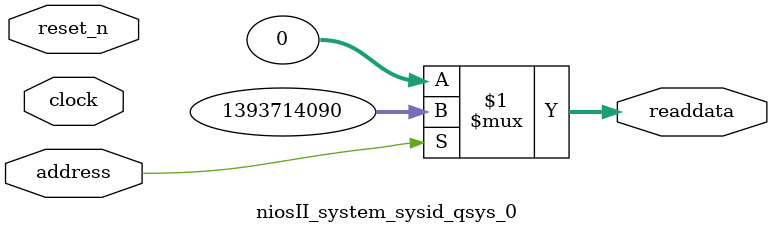
<source format=v>

`timescale 1ns / 1ps
// synthesis translate_on

// turn off superfluous verilog processor warnings 
// altera message_level Level1 
// altera message_off 10034 10035 10036 10037 10230 10240 10030 

module niosII_system_sysid_qsys_0 (
               // inputs:
                address,
                clock,
                reset_n,

               // outputs:
                readdata
             )
;

  output  [ 31: 0] readdata;
  input            address;
  input            clock;
  input            reset_n;

  wire    [ 31: 0] readdata;
  //control_slave, which is an e_avalon_slave
  assign readdata = address ? 1393714090 : 0;

endmodule




</source>
